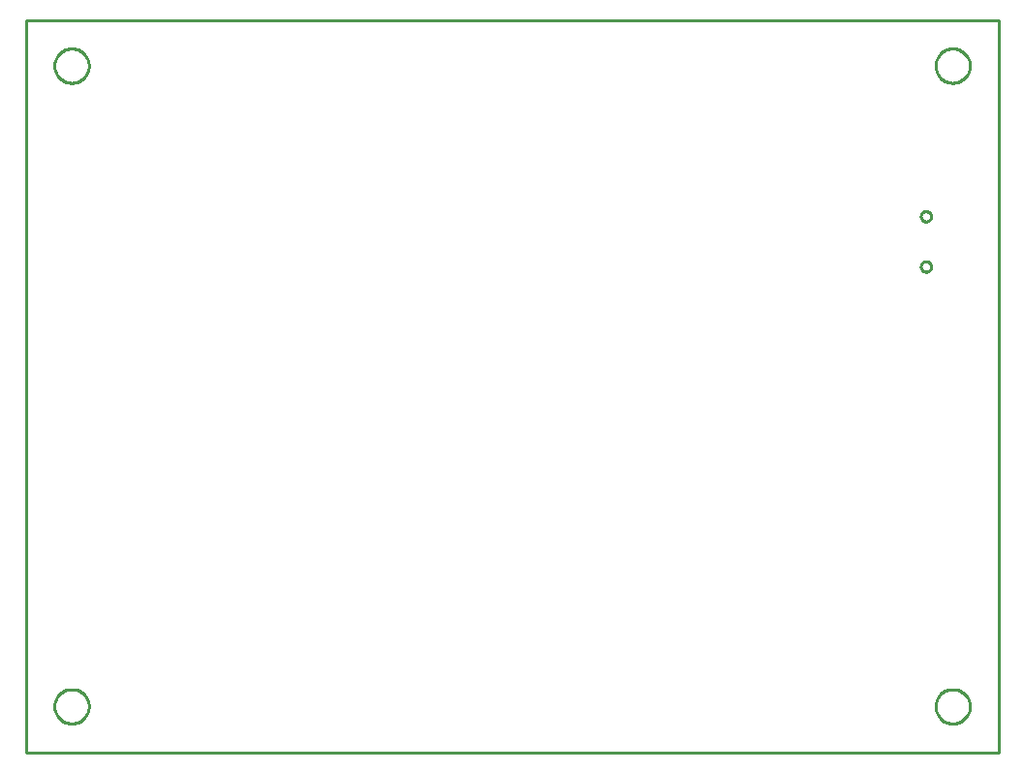
<source format=gbr>
G04 EAGLE Gerber RS-274X export*
G75*
%MOMM*%
%FSLAX34Y34*%
%LPD*%
%IN*%
%IPPOS*%
%AMOC8*
5,1,8,0,0,1.08239X$1,22.5*%
G01*
%ADD10C,0.254000*%


D10*
X0Y0D02*
X850000Y0D01*
X850000Y640000D01*
X0Y640000D01*
X0Y0D01*
X55000Y39464D02*
X54924Y38396D01*
X54771Y37335D01*
X54543Y36288D01*
X54241Y35260D01*
X53867Y34256D01*
X53422Y33281D01*
X52908Y32341D01*
X52329Y31440D01*
X51687Y30582D01*
X50985Y29772D01*
X50228Y29015D01*
X49418Y28313D01*
X48560Y27671D01*
X47659Y27092D01*
X46719Y26578D01*
X45744Y26133D01*
X44740Y25759D01*
X43712Y25457D01*
X42665Y25229D01*
X41604Y25076D01*
X40536Y25000D01*
X39464Y25000D01*
X38396Y25076D01*
X37335Y25229D01*
X36288Y25457D01*
X35260Y25759D01*
X34256Y26133D01*
X33281Y26578D01*
X32341Y27092D01*
X31440Y27671D01*
X30582Y28313D01*
X29772Y29015D01*
X29015Y29772D01*
X28313Y30582D01*
X27671Y31440D01*
X27092Y32341D01*
X26578Y33281D01*
X26133Y34256D01*
X25759Y35260D01*
X25457Y36288D01*
X25229Y37335D01*
X25076Y38396D01*
X25000Y39464D01*
X25000Y40536D01*
X25076Y41604D01*
X25229Y42665D01*
X25457Y43712D01*
X25759Y44740D01*
X26133Y45744D01*
X26578Y46719D01*
X27092Y47659D01*
X27671Y48560D01*
X28313Y49418D01*
X29015Y50228D01*
X29772Y50985D01*
X30582Y51687D01*
X31440Y52329D01*
X32341Y52908D01*
X33281Y53422D01*
X34256Y53867D01*
X35260Y54241D01*
X36288Y54543D01*
X37335Y54771D01*
X38396Y54924D01*
X39464Y55000D01*
X40536Y55000D01*
X41604Y54924D01*
X42665Y54771D01*
X43712Y54543D01*
X44740Y54241D01*
X45744Y53867D01*
X46719Y53422D01*
X47659Y52908D01*
X48560Y52329D01*
X49418Y51687D01*
X50228Y50985D01*
X50985Y50228D01*
X51687Y49418D01*
X52329Y48560D01*
X52908Y47659D01*
X53422Y46719D01*
X53867Y45744D01*
X54241Y44740D01*
X54543Y43712D01*
X54771Y42665D01*
X54924Y41604D01*
X55000Y40536D01*
X55000Y39464D01*
X55000Y599464D02*
X54924Y598396D01*
X54771Y597335D01*
X54543Y596288D01*
X54241Y595260D01*
X53867Y594256D01*
X53422Y593281D01*
X52908Y592341D01*
X52329Y591440D01*
X51687Y590582D01*
X50985Y589772D01*
X50228Y589015D01*
X49418Y588313D01*
X48560Y587671D01*
X47659Y587092D01*
X46719Y586578D01*
X45744Y586133D01*
X44740Y585759D01*
X43712Y585457D01*
X42665Y585229D01*
X41604Y585076D01*
X40536Y585000D01*
X39464Y585000D01*
X38396Y585076D01*
X37335Y585229D01*
X36288Y585457D01*
X35260Y585759D01*
X34256Y586133D01*
X33281Y586578D01*
X32341Y587092D01*
X31440Y587671D01*
X30582Y588313D01*
X29772Y589015D01*
X29015Y589772D01*
X28313Y590582D01*
X27671Y591440D01*
X27092Y592341D01*
X26578Y593281D01*
X26133Y594256D01*
X25759Y595260D01*
X25457Y596288D01*
X25229Y597335D01*
X25076Y598396D01*
X25000Y599464D01*
X25000Y600536D01*
X25076Y601604D01*
X25229Y602665D01*
X25457Y603712D01*
X25759Y604740D01*
X26133Y605744D01*
X26578Y606719D01*
X27092Y607659D01*
X27671Y608560D01*
X28313Y609418D01*
X29015Y610228D01*
X29772Y610985D01*
X30582Y611687D01*
X31440Y612329D01*
X32341Y612908D01*
X33281Y613422D01*
X34256Y613867D01*
X35260Y614241D01*
X36288Y614543D01*
X37335Y614771D01*
X38396Y614924D01*
X39464Y615000D01*
X40536Y615000D01*
X41604Y614924D01*
X42665Y614771D01*
X43712Y614543D01*
X44740Y614241D01*
X45744Y613867D01*
X46719Y613422D01*
X47659Y612908D01*
X48560Y612329D01*
X49418Y611687D01*
X50228Y610985D01*
X50985Y610228D01*
X51687Y609418D01*
X52329Y608560D01*
X52908Y607659D01*
X53422Y606719D01*
X53867Y605744D01*
X54241Y604740D01*
X54543Y603712D01*
X54771Y602665D01*
X54924Y601604D01*
X55000Y600536D01*
X55000Y599464D01*
X825000Y39464D02*
X824924Y38396D01*
X824771Y37335D01*
X824543Y36288D01*
X824241Y35260D01*
X823867Y34256D01*
X823422Y33281D01*
X822908Y32341D01*
X822329Y31440D01*
X821687Y30582D01*
X820985Y29772D01*
X820228Y29015D01*
X819418Y28313D01*
X818560Y27671D01*
X817659Y27092D01*
X816719Y26578D01*
X815744Y26133D01*
X814740Y25759D01*
X813712Y25457D01*
X812665Y25229D01*
X811604Y25076D01*
X810536Y25000D01*
X809464Y25000D01*
X808396Y25076D01*
X807335Y25229D01*
X806288Y25457D01*
X805260Y25759D01*
X804256Y26133D01*
X803281Y26578D01*
X802341Y27092D01*
X801440Y27671D01*
X800582Y28313D01*
X799772Y29015D01*
X799015Y29772D01*
X798313Y30582D01*
X797671Y31440D01*
X797092Y32341D01*
X796578Y33281D01*
X796133Y34256D01*
X795759Y35260D01*
X795457Y36288D01*
X795229Y37335D01*
X795076Y38396D01*
X795000Y39464D01*
X795000Y40536D01*
X795076Y41604D01*
X795229Y42665D01*
X795457Y43712D01*
X795759Y44740D01*
X796133Y45744D01*
X796578Y46719D01*
X797092Y47659D01*
X797671Y48560D01*
X798313Y49418D01*
X799015Y50228D01*
X799772Y50985D01*
X800582Y51687D01*
X801440Y52329D01*
X802341Y52908D01*
X803281Y53422D01*
X804256Y53867D01*
X805260Y54241D01*
X806288Y54543D01*
X807335Y54771D01*
X808396Y54924D01*
X809464Y55000D01*
X810536Y55000D01*
X811604Y54924D01*
X812665Y54771D01*
X813712Y54543D01*
X814740Y54241D01*
X815744Y53867D01*
X816719Y53422D01*
X817659Y52908D01*
X818560Y52329D01*
X819418Y51687D01*
X820228Y50985D01*
X820985Y50228D01*
X821687Y49418D01*
X822329Y48560D01*
X822908Y47659D01*
X823422Y46719D01*
X823867Y45744D01*
X824241Y44740D01*
X824543Y43712D01*
X824771Y42665D01*
X824924Y41604D01*
X825000Y40536D01*
X825000Y39464D01*
X825000Y599464D02*
X824924Y598396D01*
X824771Y597335D01*
X824543Y596288D01*
X824241Y595260D01*
X823867Y594256D01*
X823422Y593281D01*
X822908Y592341D01*
X822329Y591440D01*
X821687Y590582D01*
X820985Y589772D01*
X820228Y589015D01*
X819418Y588313D01*
X818560Y587671D01*
X817659Y587092D01*
X816719Y586578D01*
X815744Y586133D01*
X814740Y585759D01*
X813712Y585457D01*
X812665Y585229D01*
X811604Y585076D01*
X810536Y585000D01*
X809464Y585000D01*
X808396Y585076D01*
X807335Y585229D01*
X806288Y585457D01*
X805260Y585759D01*
X804256Y586133D01*
X803281Y586578D01*
X802341Y587092D01*
X801440Y587671D01*
X800582Y588313D01*
X799772Y589015D01*
X799015Y589772D01*
X798313Y590582D01*
X797671Y591440D01*
X797092Y592341D01*
X796578Y593281D01*
X796133Y594256D01*
X795759Y595260D01*
X795457Y596288D01*
X795229Y597335D01*
X795076Y598396D01*
X795000Y599464D01*
X795000Y600536D01*
X795076Y601604D01*
X795229Y602665D01*
X795457Y603712D01*
X795759Y604740D01*
X796133Y605744D01*
X796578Y606719D01*
X797092Y607659D01*
X797671Y608560D01*
X798313Y609418D01*
X799015Y610228D01*
X799772Y610985D01*
X800582Y611687D01*
X801440Y612329D01*
X802341Y612908D01*
X803281Y613422D01*
X804256Y613867D01*
X805260Y614241D01*
X806288Y614543D01*
X807335Y614771D01*
X808396Y614924D01*
X809464Y615000D01*
X810536Y615000D01*
X811604Y614924D01*
X812665Y614771D01*
X813712Y614543D01*
X814740Y614241D01*
X815744Y613867D01*
X816719Y613422D01*
X817659Y612908D01*
X818560Y612329D01*
X819418Y611687D01*
X820228Y610985D01*
X820985Y610228D01*
X821687Y609418D01*
X822329Y608560D01*
X822908Y607659D01*
X823422Y606719D01*
X823867Y605744D01*
X824241Y604740D01*
X824543Y603712D01*
X824771Y602665D01*
X824924Y601604D01*
X825000Y600536D01*
X825000Y599464D01*
X782100Y424695D02*
X782177Y425280D01*
X782330Y425850D01*
X782555Y426395D01*
X782850Y426905D01*
X783209Y427373D01*
X783627Y427791D01*
X784095Y428150D01*
X784605Y428445D01*
X785150Y428670D01*
X785720Y428823D01*
X786305Y428900D01*
X786895Y428900D01*
X787480Y428823D01*
X788050Y428670D01*
X788595Y428445D01*
X789105Y428150D01*
X789573Y427791D01*
X789991Y427373D01*
X790350Y426905D01*
X790645Y426395D01*
X790870Y425850D01*
X791023Y425280D01*
X791100Y424695D01*
X791100Y424105D01*
X791023Y423520D01*
X790870Y422950D01*
X790645Y422405D01*
X790350Y421895D01*
X789991Y421427D01*
X789573Y421009D01*
X789105Y420650D01*
X788595Y420355D01*
X788050Y420130D01*
X787480Y419977D01*
X786895Y419900D01*
X786305Y419900D01*
X785720Y419977D01*
X785150Y420130D01*
X784605Y420355D01*
X784095Y420650D01*
X783627Y421009D01*
X783209Y421427D01*
X782850Y421895D01*
X782555Y422405D01*
X782330Y422950D01*
X782177Y423520D01*
X782100Y424105D01*
X782100Y424695D01*
X782100Y468695D02*
X782177Y469280D01*
X782330Y469850D01*
X782555Y470395D01*
X782850Y470905D01*
X783209Y471373D01*
X783627Y471791D01*
X784095Y472150D01*
X784605Y472445D01*
X785150Y472670D01*
X785720Y472823D01*
X786305Y472900D01*
X786895Y472900D01*
X787480Y472823D01*
X788050Y472670D01*
X788595Y472445D01*
X789105Y472150D01*
X789573Y471791D01*
X789991Y471373D01*
X790350Y470905D01*
X790645Y470395D01*
X790870Y469850D01*
X791023Y469280D01*
X791100Y468695D01*
X791100Y468105D01*
X791023Y467520D01*
X790870Y466950D01*
X790645Y466405D01*
X790350Y465895D01*
X789991Y465427D01*
X789573Y465009D01*
X789105Y464650D01*
X788595Y464355D01*
X788050Y464130D01*
X787480Y463977D01*
X786895Y463900D01*
X786305Y463900D01*
X785720Y463977D01*
X785150Y464130D01*
X784605Y464355D01*
X784095Y464650D01*
X783627Y465009D01*
X783209Y465427D01*
X782850Y465895D01*
X782555Y466405D01*
X782330Y466950D01*
X782177Y467520D01*
X782100Y468105D01*
X782100Y468695D01*
M02*

</source>
